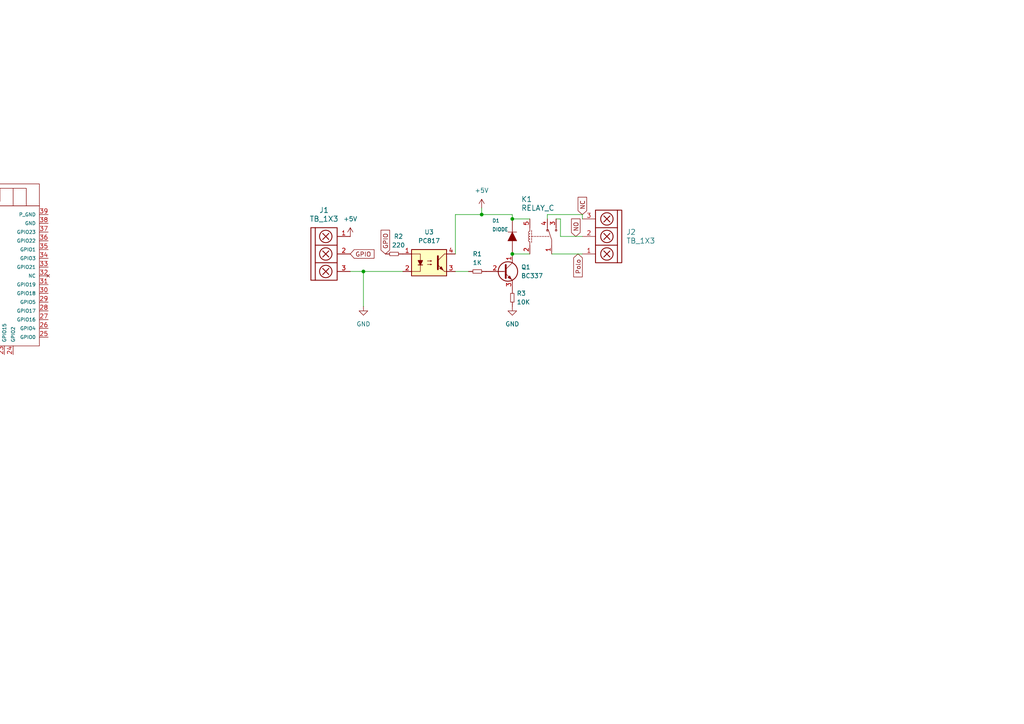
<source format=kicad_sch>
(kicad_sch (version 20231120) (generator "eeschema") (generator_version "8.0")
  (paper "A4")
  (lib_symbols
    (symbol "EESTN5:BC547" (pin_names (offset 0) hide)
      (property "Reference" "Q" (at 5.08 1.905 0))
      (property "Value" "BC547" (at 5.08 0 0))
      (symbol "BC547_0_1"
        (polyline (pts (xy 0 0) (xy 0.635 0)))
        (polyline (pts (xy 0.635 0.635) (xy 2.54 2.54)))
        (polyline (pts (xy 0.635 -0.635) (xy 2.54 -2.54) (xy 2.54 -2.54)))
        (polyline (pts (xy 0.635 1.905) (xy 0.635 -1.905) (xy 0.635 -1.905)) (stroke (width 0.508)))
        (polyline (pts (xy 1.27 -1.778) (xy 1.778 -1.27) (xy 2.286 -2.286) (xy 1.27 -1.778) (xy 1.27 -1.778)) (fill (type outline)))
        (circle (center 1.27 0) (radius 2.8194) (stroke (width 0.254)))
      )
      (symbol "BC547_1_1"
        (pin passive line (at 2.54 5.08 270) (length 2.54) (name "C") (number "1"))
        (pin input line (at -5.08 0 0) (length 5.08) (name "B") (number "2"))
        (pin passive line (at 2.54 -5.08 90) (length 2.54) (name "E") (number "3"))
      )
    )
    (symbol "EESTN5:DIODE" (pin_numbers hide) (pin_names (offset 1.016) hide)
      (property "Reference" "D" (at 0 2.54 0))
      (property "Value" "DIODE" (at 0 -2.54 0))
      (symbol "DIODE_0_1"
        (polyline (pts (xy -1.27 1.27) (xy -1.27 -1.27)))
        (polyline (pts (xy 1.27 1.27) (xy 1.27 -1.27)) (stroke (width 0.1524)))
        (polyline (pts (xy -1.27 1.27) (xy 1.27 0) (xy -1.27 -1.27)) (fill (type outline)))
      )
      (symbol "DIODE_1_1"
        (pin passive line (at -5.08 0 0) (length 3.81) (name "A") (number "1"))
        (pin passive line (at 5.08 0 180) (length 3.81) (name "K") (number "2"))
      )
    )
    (symbol "EESTN5:PC817" (pin_names (offset 1.016))
      (property "Reference" "U" (at -5.08 5.08 0))
      (property "Value" "PC817" (at 0 5.08 0))
      (symbol "PC817_0_1"
        (rectangle (start -5.08 3.81) (end 5.08 -3.81) (stroke (width 0.254)) (fill (type background)))
        (polyline (pts (xy -3.175 -0.635) (xy -1.905 -0.635)) (stroke (width 0.254)))
        (polyline (pts (xy 2.54 0.635) (xy 4.445 2.54)))
        (polyline (pts (xy 4.445 -2.54) (xy 2.54 -0.635)) (fill (type outline)))
        (polyline (pts (xy 4.445 -2.54) (xy 5.08 -2.54)))
        (polyline (pts (xy 4.445 2.54) (xy 5.08 2.54)))
        (polyline (pts (xy -5.08 2.54) (xy -2.54 2.54) (xy -2.54 0.635)))
        (polyline (pts (xy -2.54 -0.635) (xy -2.54 -2.54) (xy -5.08 -2.54)))
        (polyline (pts (xy 2.54 1.905) (xy 2.54 -1.905) (xy 2.54 -1.905)) (stroke (width 0.508)))
        (polyline (pts (xy -2.54 -0.635) (xy -3.175 0.635) (xy -1.905 0.635) (xy -2.54 -0.635)) (stroke (width 0.254)) (fill (type outline)))
        (polyline (pts (xy -0.508 -0.508) (xy 0.762 -0.508) (xy 0.381 -0.635) (xy 0.381 -0.381) (xy 0.762 -0.508)))
        (polyline (pts (xy -0.508 0.508) (xy 0.762 0.508) (xy 0.381 0.381) (xy 0.381 0.635) (xy 0.762 0.508)))
        (polyline (pts (xy 3.048 -1.651) (xy 3.556 -1.143) (xy 4.064 -2.159) (xy 3.048 -1.651) (xy 3.048 -1.651)) (fill (type outline)))
      )
      (symbol "PC817_1_1"
        (pin passive line (at -7.62 2.54 0) (length 2.54) (name "~") (number "1"))
        (pin passive line (at -7.62 -2.54 0) (length 2.54) (name "~") (number "2"))
        (pin passive line (at 7.62 -2.54 180) (length 2.54) (name "~") (number "3"))
        (pin passive line (at 7.62 2.54 180) (length 2.54) (name "~") (number "4"))
      )
    )
    (symbol "EESTN5:R" (pin_numbers hide) (pin_names (offset 0))
      (property "Reference" "R" (at -1.27 0 90))
      (property "Value" "R" (at 1.27 0 90))
      (symbol "R_0_1"
        (rectangle (start 0.508 1.27) (end -0.508 -1.27))
      )
      (symbol "R_1_1"
        (pin passive line (at 0 2.54 270) (length 1.27) (name "~") (number "1"))
        (pin passive line (at 0 -2.54 90) (length 1.27) (name "~") (number "2"))
      )
    )
    (symbol "EESTN5:RELAY_C" (pin_names (offset 1.016))
      (property "Reference" "K" (at 0 6.35 0))
      (property "Value" "RELAY_C" (at 0 -5.969 0))
      (symbol "RELAY_C_0_1"
        (arc (start -0.762 3.81) (mid -1.143 4.1894) (end -1.524 3.81))
        (polyline (pts (xy -1.778 3.302) (xy -1.27 3.302) (xy -1.27 3.302)))
        (polyline (pts (xy -1.524 -2.54) (xy -2.54 -2.54) (xy -2.54 -2.54)))
        (polyline (pts (xy -1.524 3.81) (xy -2.54 3.81) (xy -2.54 3.81)))
        (polyline (pts (xy -1.016 3.302) (xy -0.508 3.302) (xy -0.508 3.302)))
        (polyline (pts (xy -0.254 3.302) (xy 0.254 3.302) (xy 0.254 3.302)))
        (polyline (pts (xy 0 -1.27) (xy 0 -1.778) (xy 0 -1.778)))
        (polyline (pts (xy 0 -0.508) (xy 0 -1.016) (xy 0 -1.016)))
        (polyline (pts (xy 0 0.254) (xy 0 -0.254) (xy 0 -0.254)))
        (polyline (pts (xy 0 1.016) (xy 0 0.508) (xy 0 0.508)))
        (polyline (pts (xy 0 1.778) (xy 0 1.27) (xy 0 1.27)))
        (polyline (pts (xy 0 2.54) (xy 0 2.032) (xy 0 2.032)))
        (polyline (pts (xy 0 3.302) (xy 0 2.794) (xy 0 2.794)))
        (polyline (pts (xy 0.508 3.302) (xy 1.016 3.302) (xy 1.016 3.302)))
        (polyline (pts (xy 1.27 3.302) (xy 1.778 3.302) (xy 1.778 3.302)))
        (polyline (pts (xy 1.524 3.81) (xy 2.54 3.81) (xy 2.54 3.81)))
        (polyline (pts (xy 2.54 -3.81) (xy 1.778 -3.81) (xy 1.778 -3.81)))
        (polyline (pts (xy 2.54 -1.27) (xy 1.778 -1.27) (xy 1.778 -1.27)))
        (polyline (pts (xy -1.524 -2.54) (xy -1.016 -2.54) (xy 2.032 -1.524) (xy 2.032 -1.524)))
        (arc (start 0 3.81) (mid -0.381 4.1894) (end -0.762 3.81))
        (arc (start 0.762 3.81) (mid 0.381 4.1894) (end 0 3.81))
        (arc (start 1.524 3.81) (mid 1.143 4.1894) (end 0.762 3.81))
        (circle (center 1.778 -3.81) (radius 0.254))
        (circle (center 1.778 -1.27) (radius 0.254))
      )
      (symbol "RELAY_C_1_1"
        (pin passive line (at -5.08 -2.54 0) (length 2.54) (name "~") (number "1"))
        (pin passive line (at -5.08 3.81 0) (length 2.54) (name "~") (number "2"))
        (pin passive line (at 5.08 -3.81 180) (length 2.54) (name "~") (number "3"))
        (pin passive line (at 5.08 -1.27 180) (length 2.54) (name "~") (number "4"))
        (pin passive line (at 5.08 3.81 180) (length 2.54) (name "~") (number "5"))
      )
    )
    (symbol "EESTN5:TB_1X3" (pin_names (offset 1.016))
      (property "Reference" "J" (at 0 7.62 0))
      (property "Value" "TB_1X3" (at 1.27 -11.43 0))
      (symbol "TB_1X3_0_1"
        (rectangle (start -2.54 5.08) (end 5.08 -10.16) (stroke (width 0.254)))
        (polyline (pts (xy -1.27 -5.08) (xy 5.08 -5.08)) (stroke (width 0.254)))
        (polyline (pts (xy -1.27 0) (xy 5.08 0)) (stroke (width 0.254)))
        (polyline (pts (xy -1.27 5.08) (xy -1.27 -10.16)) (stroke (width 0.254)))
        (polyline (pts (xy 0.889 -8.509) (xy 2.667 -6.731)) (stroke (width 0.254)))
        (polyline (pts (xy 0.889 -6.731) (xy 2.667 -8.509)) (stroke (width 0.254)))
        (polyline (pts (xy 0.889 -3.429) (xy 2.667 -1.651)) (stroke (width 0.254)))
        (polyline (pts (xy 0.889 -1.651) (xy 2.667 -3.429)) (stroke (width 0.254)))
        (polyline (pts (xy 0.889 1.651) (xy 2.667 3.429)) (stroke (width 0.254)))
        (polyline (pts (xy 0.889 3.429) (xy 2.667 1.651)) (stroke (width 0.254)))
        (circle (center 1.778 -7.62) (radius 1.8034) (stroke (width 0.254)))
        (circle (center 1.778 -2.54) (radius 1.8034) (stroke (width 0.254)))
        (circle (center 1.778 2.54) (radius 1.8034) (stroke (width 0.254)))
      )
      (symbol "TB_1X3_1_1"
        (pin input line (at 8.89 2.54 180) (length 3.81) (name "~") (number "1"))
        (pin input line (at 8.89 -2.54 180) (length 3.81) (name "~") (number "2"))
        (pin input line (at 8.89 -7.62 180) (length 3.81) (name "~") (number "3"))
      )
    )
    (symbol "MacroLib:ESP32" (pin_names (offset 1.016))
      (property "Reference" "U" (at 0 27.94 0))
      (property "Value" "ESP32" (at 0 30.48 0))
      (symbol "ESP32_0_1"
        (rectangle (start -19.05 19.05) (end 19.05 -21.59))
        (rectangle (start -19.05 19.05) (end 19.05 25.4))
        (polyline (pts (xy 15.24 19.05) (xy 15.24 24.13) (xy 11.43 24.13) (xy 11.43 19.05) (xy 11.43 24.13) (xy 7.62 24.13) (xy 7.62 20.32) (xy 3.81 20.32) (xy 3.81 24.13) (xy 0 24.13) (xy 0 20.32) (xy -3.81 20.32) (xy -3.81 24.13) (xy -7.62 24.13) (xy -7.62 20.32) (xy -11.43 20.32) (xy -11.43 24.13) (xy -15.24 24.13) (xy -15.24 20.32)))
      )
      (symbol "ESP32_1_1"
        (pin bidirectional line (at -21.59 13.97 0) (length 2.54) (name "GND") (number "1"))
        (pin bidirectional line (at -21.59 -8.89 0) (length 2.54) (name "GPIO25") (number "10"))
        (pin bidirectional line (at -21.59 -11.43 0) (length 2.54) (name "GPIO26") (number "11"))
        (pin bidirectional line (at -21.59 -13.97 0) (length 2.54) (name "GPIO27") (number "12"))
        (pin bidirectional line (at -21.59 -16.51 0) (length 2.54) (name "GPIO14") (number "13"))
        (pin bidirectional line (at -21.59 -19.05 0) (length 2.54) (name "GPIO12") (number "14"))
        (pin bidirectional line (at -11.43 -24.13 90) (length 2.54) (name "GND") (number "15"))
        (pin bidirectional line (at -8.89 -24.13 90) (length 2.54) (name "GPIO13") (number "16"))
        (pin bidirectional line (at -6.35 -24.13 90) (length 2.54) (name "GPIO9") (number "17"))
        (pin bidirectional line (at -3.81 -24.13 90) (length 2.54) (name "GPIO10") (number "18"))
        (pin bidirectional line (at -1.27 -24.13 90) (length 2.54) (name "GPIO11") (number "19"))
        (pin bidirectional line (at -21.59 11.43 0) (length 2.54) (name "3V3") (number "2"))
        (pin bidirectional line (at 1.27 -24.13 90) (length 2.54) (name "GPIO6") (number "20"))
        (pin bidirectional line (at 3.81 -24.13 90) (length 2.54) (name "GPIO7") (number "21"))
        (pin bidirectional line (at 6.35 -24.13 90) (length 2.54) (name "GPIO8") (number "22"))
        (pin bidirectional line (at 8.89 -24.13 90) (length 2.54) (name "GPIO15") (number "23"))
        (pin bidirectional line (at 11.43 -24.13 90) (length 2.54) (name "GPIO2") (number "24"))
        (pin bidirectional line (at 21.59 -19.05 180) (length 2.54) (name "GPIO0") (number "25"))
        (pin bidirectional line (at 21.59 -16.51 180) (length 2.54) (name "GPIO4") (number "26"))
        (pin bidirectional line (at 21.59 -13.97 180) (length 2.54) (name "GPIO16") (number "27"))
        (pin bidirectional line (at 21.59 -11.43 180) (length 2.54) (name "GPIO17") (number "28"))
        (pin bidirectional line (at 21.59 -8.89 180) (length 2.54) (name "GPIO5") (number "29"))
        (pin bidirectional line (at -21.59 8.89 0) (length 2.54) (name "EN") (number "3"))
        (pin bidirectional line (at 21.59 -6.35 180) (length 2.54) (name "GPIO18") (number "30"))
        (pin bidirectional line (at 21.59 -3.81 180) (length 2.54) (name "GPIO19") (number "31"))
        (pin no_connect line (at 21.59 -1.27 180) (length 2.54) (name "NC") (number "32"))
        (pin bidirectional line (at 21.59 1.27 180) (length 2.54) (name "GPIO21") (number "33"))
        (pin input line (at 21.59 3.81 180) (length 2.54) (name "GPIO3") (number "34"))
        (pin output line (at 21.59 6.35 180) (length 2.54) (name "GPIO1") (number "35"))
        (pin bidirectional line (at 21.59 8.89 180) (length 2.54) (name "GPIO22") (number "36"))
        (pin bidirectional line (at 21.59 11.43 180) (length 2.54) (name "GPIO23") (number "37"))
        (pin bidirectional line (at 21.59 13.97 180) (length 2.54) (name "GND") (number "38"))
        (pin bidirectional line (at 21.59 16.51 180) (length 2.54) (name "P_GND") (number "39"))
        (pin input line (at -21.59 6.35 0) (length 2.54) (name "GPIO36") (number "4"))
        (pin input line (at -21.59 3.81 0) (length 2.54) (name "GPIO39") (number "5"))
        (pin input line (at -21.59 1.27 0) (length 2.54) (name "GPIO34") (number "6"))
        (pin input line (at -21.59 -1.27 0) (length 2.54) (name "GPIO35") (number "7"))
        (pin bidirectional line (at -21.59 -3.81 0) (length 2.54) (name "GPIO32") (number "8"))
        (pin bidirectional line (at -21.59 -6.35 0) (length 2.54) (name "GPIO33") (number "9"))
      )
    )
    (symbol "power:+5V" (power) (pin_numbers hide) (pin_names (offset 0) hide)
      (property "Value" "+5V" (at 0 3.556 0))
      (symbol "+5V_0_1"
        (polyline (pts (xy -0.762 1.27) (xy 0 2.54)))
        (polyline (pts (xy 0 0) (xy 0 2.54)))
        (polyline (pts (xy 0 2.54) (xy 0.762 1.27)))
      )
      (symbol "+5V_1_1"
        (pin power_in line (at 0 0 90) (length 0) (name "~") (number "1"))
      )
    )
    (symbol "power:GND" (power) (pin_numbers hide) (pin_names (offset 0) hide)
      (property "Value" "GND" (at 0 -3.81 0))
      (symbol "GND_0_1"
        (polyline (pts (xy 0 0) (xy 0 -1.27) (xy 1.27 -1.27) (xy 0 -2.54) (xy -1.27 -1.27) (xy 0 -1.27)))
      )
      (symbol "GND_1_1"
        (pin power_in line (at 0 0 270) (length 0) (name "~") (number "1"))
      )
    )
  )
  (junction (at 139.7 62.23))
  (junction (at 148.59 63.5))
  (junction (at 148.59 73.66))
  (junction (at 105.41 78.74))
  (wire (pts (xy 160.02 73.66) (xy 168.91 73.66)))
  (wire (pts (xy 139.7 62.23) (xy 148.59 62.23)))
  (wire (pts (xy 158.75 62.23) (xy 168.91 62.23)))
  (wire (pts (xy 161.29 63.5) (xy 162.56 63.5)))
  (wire (pts (xy 148.59 63.5) (xy 153.67 63.5)))
  (wire (pts (xy 132.08 73.66) (xy 132.08 62.23)))
  (wire (pts (xy 132.08 78.74) (xy 135.89 78.74)))
  (wire (pts (xy 162.56 63.5) (xy 162.56 68.58)))
  (wire (pts (xy 162.56 68.58) (xy 168.91 68.58)))
  (wire (pts (xy 168.91 62.23) (xy 168.91 63.5)))
  (wire (pts (xy 139.7 62.23) (xy 132.08 62.23)))
  (wire (pts (xy 139.7 60.325) (xy 139.7 62.23)))
  (wire (pts (xy 105.41 78.74) (xy 105.41 88.9)))
  (wire (pts (xy 148.59 73.66) (xy 153.67 73.66)))
  (wire (pts (xy 158.75 63.5) (xy 158.75 62.23)))
  (wire (pts (xy 105.41 78.74) (xy 101.6 78.74)))
  (wire (pts (xy 148.59 62.23) (xy 148.59 63.5)))
  (wire (pts (xy 105.41 78.74) (xy 116.84 78.74)))
  (global_label "GPIO" (shape input) (at 111.76 73.66 90) (property "Intersheetrefs" "${INTERSHEET_REFS}" (effects (hide yes))))
  (global_label "NO" (shape input) (at 167.005 68.58 90) (property "Intersheetrefs" "${INTERSHEET_REFS}" (effects (hide yes))))
  (global_label "Polo" (shape input) (at 167.64 73.66 270) (property "Intersheetrefs" "${INTERSHEET_REFS}" (effects (hide yes))))
  (global_label "GPIO" (shape input) (at 101.6 73.66 0) (property "Intersheetrefs" "${INTERSHEET_REFS}" (effects (hide yes))))
  (global_label "NC" (shape input) (at 168.91 62.23 90) (property "Intersheetrefs" "${INTERSHEET_REFS}" (effects (hide yes))))
  (symbol (lib_id "MacroLib:ESP32") (at -7.62 78.74 0) (unit 1)
    (property "Reference" "U1" (at -7.62 48.26 0))
    (property "Value" "ESP32" (at -7.62 50.8 0))
  )
  (symbol (lib_id "power:+5V") (at 101.6 68.58 0) (unit 1)
    (property "Reference" "#PWR04" (effects (hide yes)))
    (property "Value" "+5V" (at 101.6 63.5 0))
    (property "Description" "Power symbol creates a global label with name \"+5V\"" (effects (hide yes)))
  )
  (symbol (lib_id "EESTN5:PC817") (at 124.46 76.2 0) (unit 1)
    (property "Reference" "U3" (at 124.46 67.31 0))
    (property "Value" "PC817" (at 124.46 69.85 0))
    (property "Footprint" "Package_DIP:DIP-4_W7.62mm" (effects (hide yes)))
    (property "Datasheet" "http://www.soselectronic.cz/a_info/resource/d/pc817.pdf" (effects (hide yes)))
    (property "Description" "DC Optocoupler, Vce 35V, CTR 50-300%, DIP4" (effects (hide yes)))
  )
  (symbol (lib_id "EESTN5:TB_1X3") (at 92.71 71.12 0) (unit 1)
    (property "Reference" "J1" (at 93.98 60.96 0) (effects (font (size 1.524 1.524))))
    (property "Value" "TB_1X3" (at 93.98 63.5 0) (effects (font (size 1.524 1.524))))
    (property "Footprint" "Connector_PinHeader_2.54mm:PinHeader_1x03_P2.54mm_Vertical" (effects (hide yes)))
  )
  (symbol (lib_id "EESTN5:R") (at 138.43 78.74 90) (unit 1)
    (property "Reference" "R1" (at 138.43 73.66 90))
    (property "Value" "1K" (at 138.43 76.2 90))
    (property "Footprint" "Resistor_THT:R_Axial_DIN0207_L6.3mm_D2.5mm_P10.16mm_Horizontal" (effects (hide yes)))
    (property "Description" "Resistor" (effects (hide yes)))
  )
  (symbol (lib_id "power:GND") (at 105.41 88.9 0) (unit 1)
    (property "Reference" "#PWR02" (effects (hide yes)))
    (property "Value" "GND" (at 105.41 93.98 0))
    (property "Description" "Power symbol creates a global label with name \"GND\" , ground" (effects (hide yes)))
  )
  (symbol (lib_id "EESTN5:TB_1X3") (at 177.8 71.12 180) (unit 1)
    (property "Reference" "J2" (at 181.61 67.3099 0) (effects (font (size 1.524 1.524)) (justify right)))
    (property "Value" "TB_1X3" (at 181.61 69.8499 0) (effects (font (size 1.524 1.524)) (justify right)))
    (property "Footprint" "Connector_PinHeader_2.54mm:PinHeader_1x03_P2.54mm_Vertical" (effects (hide yes)))
  )
  (symbol (lib_id "power:+5V") (at 139.7 60.325 0) (unit 1)
    (property "Reference" "#PWR03" (effects (hide yes)))
    (property "Value" "+5V" (at 139.7 55.245 0))
    (property "Description" "Power symbol creates a global label with name \"+5V\"" (effects (hide yes)))
  )
  (symbol (lib_id "EESTN5:R") (at 114.3 73.66 90) (unit 1)
    (property "Reference" "R2" (at 115.57 68.58 90))
    (property "Value" "220" (at 115.57 71.12 90))
    (property "Footprint" "Resistor_THT:R_Axial_DIN0207_L6.3mm_D2.5mm_P10.16mm_Horizontal" (effects (hide yes)))
    (property "Description" "Resistor" (effects (hide yes)))
  )
  (symbol (lib_id "power:GND") (at 148.59 88.9 0) (unit 1)
    (property "Reference" "#PWR01" (effects (hide yes)))
    (property "Value" "GND" (at 148.59 93.98 0))
    (property "Description" "Power symbol creates a global label with name \"GND\" , ground" (effects (hide yes)))
  )
  (symbol (lib_id "EESTN5:BC547") (at 146.05 78.74 0) (unit 1)
    (property "Reference" "Q1" (at 151.13 77.4699 0) (effects (justify left)))
    (property "Value" "BC337" (at 151.13 80.0099 0) (effects (justify left)))
    (property "Footprint" "Package_TO_SOT_THT:TO-92_Inline" (effects (hide yes)))
    (property "Datasheet" "http://www.fairchildsemi.com/ds/BC/BC547.pdf" (effects (hide yes)))
    (property "Description" "45V Vce, 0.1A Ic, NPN, Small Signal Transistor, TO-92" (effects (hide yes)))
  )
  (symbol (lib_id "EESTN5:R") (at 148.59 86.36 180) (unit 1)
    (property "Reference" "R3" (at 149.86 85.0899 0) (effects (justify right)))
    (property "Value" "10K" (at 149.86 87.6299 0) (effects (justify right)))
    (property "Footprint" "Resistor_THT:R_Axial_DIN0207_L6.3mm_D2.5mm_P10.16mm_Horizontal" (effects (hide yes)))
    (property "Description" "Resistor" (effects (hide yes)))
  )
  (symbol (lib_id "EESTN5:DIODE") (at 148.59 68.58 90) (unit 1)
    (property "Reference" "D1" (at 142.748 64.008 90) (effects (font (size 1.016 1.016)) (justify right)))
    (property "Value" "DIODE" (at 142.748 66.548 90) (effects (font (size 1.016 1.016)) (justify right)))
    (property "Footprint" "Diode_THT:D_5W_P12.70mm_Horizontal" (effects (hide yes)))
  )
  (symbol (lib_id "EESTN5:RELAY_C") (at 157.48 68.58 90) (unit 1)
    (property "Reference" "K1" (at 151.13 57.785 90) (effects (font (size 1.524 1.524)) (justify right)))
    (property "Value" "RELAY_C" (at 151.13 60.325 90) (effects (font (size 1.524 1.524)) (justify right)))
    (property "Footprint" "Relay_THT:Relay_SPDT_SANYOU_SRD_Series_Form_C" (effects (hide yes)))
  )
)
</source>
